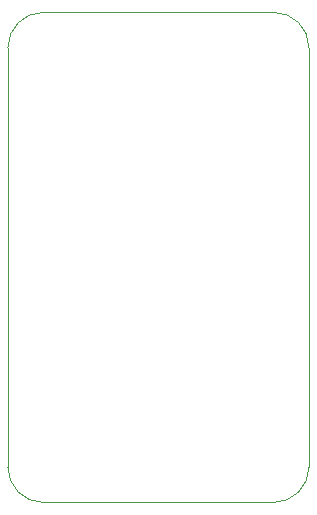
<source format=gbr>
%TF.GenerationSoftware,KiCad,Pcbnew,9.0.1*%
%TF.CreationDate,2025-04-19T10:59:12+01:00*%
%TF.ProjectId,firstkicadproject,66697273-746b-4696-9361-6470726f6a65,rev?*%
%TF.SameCoordinates,Original*%
%TF.FileFunction,Profile,NP*%
%FSLAX46Y46*%
G04 Gerber Fmt 4.6, Leading zero omitted, Abs format (unit mm)*
G04 Created by KiCad (PCBNEW 9.0.1) date 2025-04-19 10:59:12*
%MOMM*%
%LPD*%
G01*
G04 APERTURE LIST*
%TA.AperFunction,Profile*%
%ADD10C,0.050000*%
%TD*%
G04 APERTURE END LIST*
D10*
X69500000Y-38500000D02*
X89000000Y-38500000D01*
X89000000Y-80000000D02*
X69500000Y-80000000D01*
X89000000Y-38500000D02*
G75*
G02*
X92000000Y-41500000I0J-3000000D01*
G01*
X66500000Y-41500000D02*
G75*
G02*
X69500000Y-38500000I3000000J0D01*
G01*
X69500000Y-80000000D02*
G75*
G02*
X66500000Y-77000000I0J3000000D01*
G01*
X92000000Y-77000000D02*
G75*
G02*
X89000000Y-80000000I-3000000J0D01*
G01*
X66500000Y-77000000D02*
X66500000Y-41500000D01*
X92000000Y-77000000D02*
X92000000Y-41500000D01*
M02*

</source>
